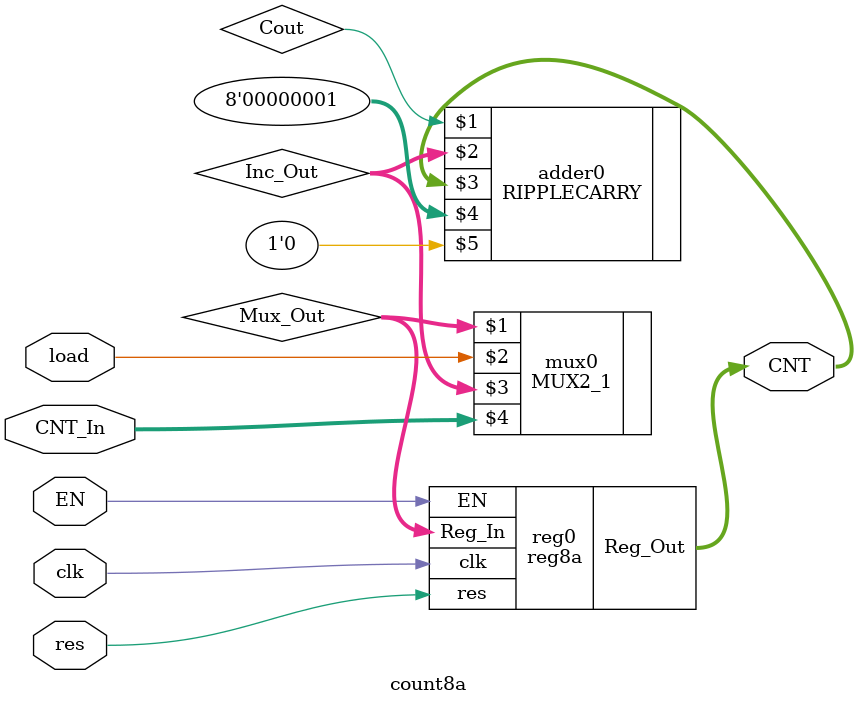
<source format=v>
/*
Sequential Components File:
Created because of the need to have a file that contains all the components used in the design.
Simultaneous imports of the base gates and components give include errors. This file is used to import all the components in one go.
*/

`timescale 1ns/1ps
`include "combinational.v"

/*-----------------------------------------------ARCHITECT CODE-----------------------------------------------*/


module dlatch (output reg Q,Qn, 
               input wire C,D);
  
  always @ (C or D)
  	begin
  		if (C==1'b1)
  			begin
  				Q <= D;
  				Qn <= ~D;
  	    	end
  	end
  
endmodule


module dflipflop (output reg Q,Qn, 
                  input wire clk, res, EN, D);
  
  always @ (posedge clk or negedge res or negedge EN)
  	begin
	  	if (!res)
  			begin
  				Q <= 1'b0;
  				Qn <= 1'b1;
  			end
  		else if (!EN)
  			begin
  				Q <= 1'b1;
  				Qn <= 1'b0;
  			end
  		else
  			begin
  				Q <= D;
  				Qn <= ~D;
  			end
    end

endmodule

/*-----------------------------------------------REGISTERS-----------------------------------------------*/

module reg8a (
        
    output wire [7:0] Reg_Out,
    input wire clk, res, EN,
    input wire [7:0] Reg_In
    
    );

    wire [7:0] nQ;
    wire [7:0] Mux_Out;

    MUX2_1 mux0 (Mux_Out, EN, Reg_Out, Reg_In);

    dflipflop dff0 (Reg_Out[0], nQ[1], clk, res, 1'b1, Mux_Out[0]);
    dflipflop dff1 (Reg_Out[1], nQ[0], clk, res, 1'b1, Mux_Out[1]);
    dflipflop dff2 (Reg_Out[2], nQ[3], clk, res, 1'b1, Mux_Out[2]);
    dflipflop dff3 (Reg_Out[3], nQ[2], clk, res, 1'b1, Mux_Out[3]);
    dflipflop dff4 (Reg_Out[4], nQ[5], clk, res, 1'b1, Mux_Out[4]);
    dflipflop dff5 (Reg_Out[5], nQ[4], clk, res, 1'b1, Mux_Out[5]);
    dflipflop dff6 (Reg_Out[6], nQ[7], clk, res, 1'b1, Mux_Out[6]);
    dflipflop dff7 (Reg_Out[7], nQ[6], clk, res, 1'b1, Mux_Out[7]);

endmodule

/*-----------------------------------------------COUNTER-----------------------------------------------*/

module count8a (
    
    output wire [7:0] CNT, 
    input wire clk, res, EN, load,
    input wire [7:0] CNT_In
    
    );

    wire [7:0] Mux_Out ;
    wire [7:0] Inc_Out;
    wire Cout;
    
    RIPPLECARRY adder0 (Cout, Inc_Out, CNT, 8'b00000001, 1'b0);

    MUX2_1 mux0 (Mux_Out, load, Inc_Out, CNT_In);

    reg8a reg0 (CNT, clk, res, EN, Mux_Out);

endmodule
</source>
